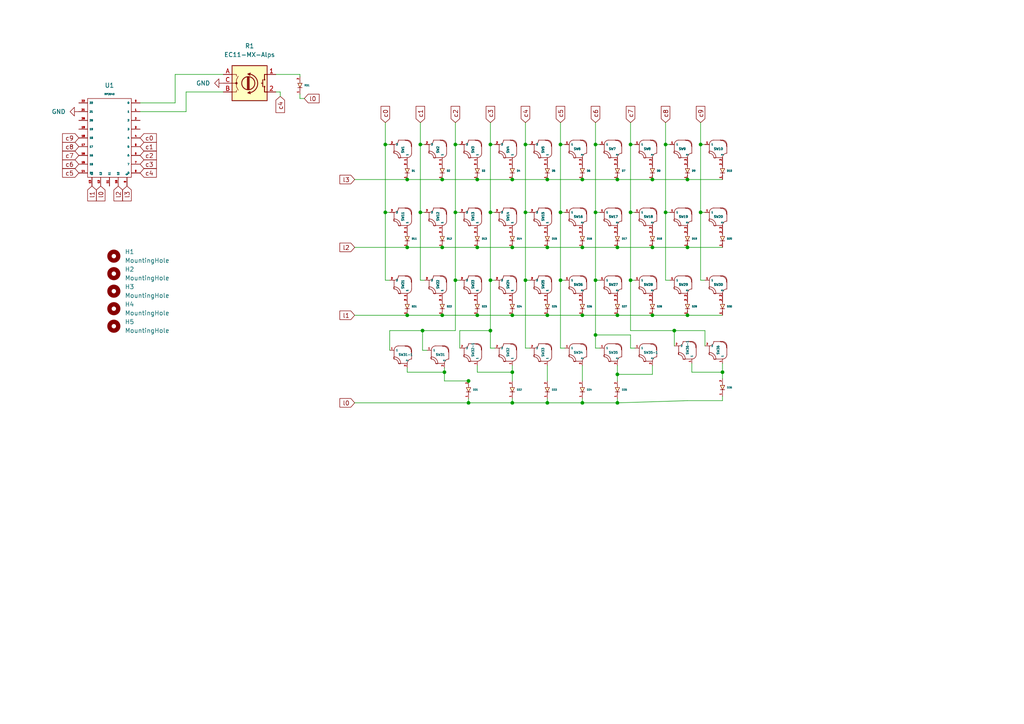
<source format=kicad_sch>
(kicad_sch (version 20211123) (generator eeschema)
  (paper "A4")
  (lib_symbols
    (symbol "Mechanical:MountingHole" (pin_names (offset 1.016))
      (property "Reference" "H" (at 0 5.08 0))
      (property "Value" "MountingHole" (at 0 3.175 0))
      (symbol "MountingHole_0_1"
        (circle (center 0 0) (radius 1.27) (stroke (width 1.27)))
      )
    )
    (symbol "keyb:Diode"
      (property "Reference" "D" (at -0.635 -1.27 0))
      (symbol "Diode_0_1"
        (polyline (pts (xy -1.27 0) (xy -0.635 0)))
        (polyline (pts (xy 0.635 0) (xy 1.27 0)))
        (polyline (pts (xy -0.635 0.635) (xy -0.635 -0.635) (xy -0.635 0)))
        (polyline (pts (xy -0.635 0) (xy 0.635 0.635) (xy 0.635 -0.635) (xy -0.635 0)) (fill (type background)))
      )
      (symbol "Diode_1_1"
        (pin bidirectional line (at -2.54 0 0) (length 1.27) (name "") (number "1"))
        (pin bidirectional line (at 2.54 0 180) (length 1.27) (name "") (number "2"))
      )
    )
    (symbol "keyb:EC11-MX-Alps" (pin_names (offset 0.254) hide)
      (property "Reference" "SW" (at 0 6.604 0))
      (property "Value" "EC11-MX-Alps" (at 0 -6.604 0))
      (symbol "EC11-MX-Alps_0_1"
        (rectangle (start -5.08 5.08) (end 5.08 -5.08) (stroke (width 0.254)) (fill (type background)))
        (circle (center -3.81 0) (radius 0.254) (fill (type outline)))
        (arc (start -0.381 -2.794) (mid 2.3622 -0.0508) (end -0.381 2.667) (stroke (width 0.254)))
        (circle (center -0.381 0) (radius 1.905) (stroke (width 0.254)))
        (polyline (pts (xy -0.635 -1.778) (xy -0.635 1.778)) (stroke (width 0.254)))
        (polyline (pts (xy -0.381 -1.778) (xy -0.381 1.778)) (stroke (width 0.254)))
        (polyline (pts (xy -0.127 1.778) (xy -0.127 -1.778)) (stroke (width 0.254)))
        (polyline (pts (xy 3.81 0) (xy 3.429 0)) (stroke (width 0.254)))
        (polyline (pts (xy 3.81 1.016) (xy 3.81 -1.016)) (stroke (width 0.254)))
        (polyline (pts (xy -5.08 -2.54) (xy -3.81 -2.54) (xy -3.81 -2.032)))
        (polyline (pts (xy -5.08 2.54) (xy -3.81 2.54) (xy -3.81 2.032)))
        (polyline (pts (xy 0.254 -3.048) (xy -0.508 -2.794) (xy 0.127 -2.413)) (stroke (width 0.254)))
        (polyline (pts (xy 0.254 2.921) (xy -0.508 2.667) (xy 0.127 2.286)) (stroke (width 0.254)))
        (polyline (pts (xy 5.08 -2.54) (xy 4.318 -2.54) (xy 4.318 -1.016)) (stroke (width 0.254)))
        (polyline (pts (xy 5.08 2.54) (xy 4.318 2.54) (xy 4.318 1.016)) (stroke (width 0.254)))
        (polyline (pts (xy -5.08 0) (xy -3.81 0) (xy -3.81 -1.016) (xy -3.302 -2.032)))
        (polyline (pts (xy -4.318 0) (xy -3.81 0) (xy -3.81 1.016) (xy -3.302 2.032)))
        (circle (center 4.318 -1.016) (radius 0.127) (stroke (width 0.254)))
        (circle (center 4.318 1.016) (radius 0.127) (stroke (width 0.254)))
      )
      (symbol "EC11-MX-Alps_1_1"
        (pin passive line (at 7.62 2.54 180) (length 2.54) (name "1") (number "1"))
        (pin passive line (at 7.62 -2.54 180) (length 2.54) (name "2") (number "2"))
        (pin passive line (at -7.62 2.54 0) (length 2.54) (name "A") (number "A"))
        (pin passive line (at -7.62 -2.54 0) (length 2.54) (name "B") (number "B"))
        (pin passive line (at -7.62 0 0) (length 2.54) (name "C") (number "C"))
      )
    )
    (symbol "keyb:RP2040"
      (property "Reference" "U" (at 0 1.27 0))
      (property "Value" "RP2040" (at 0 -2.54 0))
      (symbol "RP2040_0_1"
        (rectangle (start -6.35 11.43) (end 6.35 -11.43))
      )
      (symbol "RP2040_1_1"
        (pin bidirectional line (at 8.89 10.16 180) (length 2.54) (name "0") (number "0"))
        (pin bidirectional line (at 8.89 7.62 180) (length 2.54) (name "1") (number "1"))
        (pin bidirectional line (at 2.54 -13.97 90) (length 2.54) (name "10") (number "10"))
        (pin bidirectional line (at 0 -13.97 90) (length 2.54) (name "11") (number "11"))
        (pin bidirectional line (at -2.54 -13.97 90) (length 2.54) (name "12") (number "12"))
        (pin bidirectional line (at -5.08 -13.97 90) (length 2.54) (name "13") (number "13"))
        (pin bidirectional line (at -8.89 -10.16 0) (length 2.54) (name "14") (number "14"))
        (pin bidirectional line (at -8.89 -7.62 0) (length 2.54) (name "15") (number "15"))
        (pin bidirectional line (at -8.89 -5.08 0) (length 2.54) (name "16") (number "16"))
        (pin bidirectional line (at -8.89 -2.54 0) (length 2.54) (name "17") (number "17"))
        (pin bidirectional line (at -8.89 0 0) (length 2.54) (name "18") (number "18"))
        (pin bidirectional line (at -8.89 2.54 0) (length 2.54) (name "19") (number "19"))
        (pin bidirectional line (at 8.89 5.08 180) (length 2.54) (name "2") (number "2"))
        (pin bidirectional line (at -8.89 5.08 0) (length 2.54) (name "20") (number "20"))
        (pin bidirectional line (at -8.89 7.62 0) (length 2.54) (name "21") (number "21"))
        (pin bidirectional line (at -8.89 10.16 0) (length 2.54) (name "22") (number "22"))
        (pin bidirectional line (at 8.89 2.54 180) (length 2.54) (name "3") (number "3"))
        (pin bidirectional line (at 8.89 0 180) (length 2.54) (name "4") (number "4"))
        (pin bidirectional line (at 8.89 -2.54 180) (length 2.54) (name "5") (number "5"))
        (pin bidirectional line (at 8.89 -5.08 180) (length 2.54) (name "6") (number "6"))
        (pin bidirectional line (at 8.89 -7.62 180) (length 2.54) (name "7") (number "7"))
        (pin bidirectional line (at 8.89 -10.16 180) (length 2.54) (name "8") (number "8"))
        (pin bidirectional line (at 5.08 -13.97 90) (length 2.54) (name "9") (number "9"))
      )
    )
    (symbol "keyb:key"
      (property "Reference" "SW" (at 0 0 0))
      (symbol "key_0_1"
        (arc (start -2.54 -0.635) (mid -2.6715 -0.9525) (end -2.54 -1.27))
        (arc (start -1.27 -2.54) (mid -1.642 -1.642) (end -2.54 -1.27))
        (arc (start -1.27 -2.54) (mid -0.9525 -2.6715) (end -0.635 -2.54))
        (arc (start -1.27 2.54) (mid -2.168 2.168) (end -2.54 1.27))
        (arc (start -0.635 -2.54) (mid -1.1935 -1.1935) (end -2.54 -0.635))
        (polyline (pts (xy -2.54 -1.27) (xy -2.54 1.27)))
        (polyline (pts (xy -1.27 -2.54) (xy 1.27 -2.54)))
        (polyline (pts (xy 1.27 2.54) (xy -1.27 2.54)))
        (polyline (pts (xy 2.54 -1.27) (xy 2.54 1.27)))
        (arc (start 0.635 2.54) (mid 0.9525 1.7735) (end 1.27 2.54))
        (arc (start 2.54 -1.27) (mid 0.372 -0.372) (end 1.27 -2.54))
        (arc (start 2.54 0.635) (mid 3.887 3.887) (end 0.635 2.54))
        (arc (start 2.54 1.27) (mid 3.438 3.438) (end 1.27 2.54))
        (arc (start 2.54 1.27) (mid 1.7735 0.9525) (end 2.54 0.635))
      )
      (symbol "key_1_1"
        (pin bidirectional line (at -3.81 1.27 0) (length 1.27) (name "1") (number "1"))
        (pin bidirectional line (at 1.27 -3.81 90) (length 1.27) (name "2") (number "2"))
      )
    )
    (symbol "power:GND" (power) (pin_names (offset 0))
      (property "Value" "GND" (at 0 -3.81 0))
      (symbol "GND_0_1"
        (polyline (pts (xy 0 0) (xy 0 -1.27) (xy 1.27 -1.27) (xy 0 -2.54) (xy -1.27 -1.27) (xy 0 -1.27)))
      )
      (symbol "GND_1_1"
        (pin power_in line (at 0 0 270) (length 0) hide (name "GND") (number "1"))
      )
    )
  )
  (junction (at 128.27 71.755))
  (junction (at 162.56 61.595))
  (junction (at 203.2 61.595))
  (junction (at 193.04 61.595))
  (junction (at 111.76 61.595))
  (junction (at 182.88 41.91))
  (junction (at 152.4 81.28))
  (junction (at 122.555 95.885))
  (junction (at 158.75 116.84))
  (junction (at 168.91 52.07))
  (junction (at 121.92 61.595))
  (junction (at 128.905 107.95))
  (junction (at 179.07 52.07))
  (junction (at 168.91 71.755))
  (junction (at 148.59 52.07))
  (junction (at 199.39 71.755))
  (junction (at 179.07 116.84))
  (junction (at 148.59 71.755))
  (junction (at 135.89 110.49))
  (junction (at 158.75 71.755))
  (junction (at 132.08 81.28))
  (junction (at 162.56 41.91))
  (junction (at 142.24 61.595))
  (junction (at 168.91 91.44))
  (junction (at 142.24 95.885))
  (junction (at 132.08 61.595))
  (junction (at 189.23 52.07))
  (junction (at 152.4 61.595))
  (junction (at 179.07 108.585))
  (junction (at 118.11 91.44))
  (junction (at 118.11 52.07))
  (junction (at 121.92 41.91))
  (junction (at 142.24 41.91))
  (junction (at 138.43 71.755))
  (junction (at 138.43 91.44))
  (junction (at 148.59 107.95))
  (junction (at 132.08 41.91))
  (junction (at 148.59 116.84))
  (junction (at 172.72 81.28))
  (junction (at 189.23 91.44))
  (junction (at 182.88 61.595))
  (junction (at 111.76 41.91))
  (junction (at 158.75 52.07))
  (junction (at 128.27 52.07))
  (junction (at 118.11 71.755))
  (junction (at 142.24 81.28))
  (junction (at 209.55 107.95))
  (junction (at 162.56 81.28))
  (junction (at 172.72 41.91))
  (junction (at 189.23 71.755))
  (junction (at 203.2 41.91))
  (junction (at 179.07 71.755))
  (junction (at 152.4 41.91))
  (junction (at 128.27 91.44))
  (junction (at 135.89 116.84))
  (junction (at 148.59 91.44))
  (junction (at 195.58 95.885))
  (junction (at 182.88 81.28))
  (junction (at 179.07 91.44))
  (junction (at 138.43 52.07))
  (junction (at 158.75 91.44))
  (junction (at 168.91 116.84))
  (junction (at 172.72 61.595))
  (junction (at 172.72 97.155))
  (junction (at 199.39 91.44))
  (junction (at 199.39 52.07))
  (junction (at 193.04 41.91))
  (wire (pts (xy 81.28 26.67) (xy 80.01 26.67)))
  (wire (pts (xy 121.92 41.91) (xy 121.92 61.595)))
  (wire (pts (xy 121.92 61.595) (xy 121.92 81.28)))
  (wire (pts (xy 148.59 107.95) (xy 148.59 106.045)))
  (wire (pts (xy 209.55 71.755) (xy 199.39 71.755)))
  (wire (pts (xy 193.04 61.595) (xy 194.31 61.595)))
  (wire (pts (xy 122.555 95.885) (xy 122.555 101.6)))
  (wire (pts (xy 162.56 35.56) (xy 162.56 41.91)))
  (wire (pts (xy 199.39 116.205) (xy 179.07 116.84)))
  (wire (pts (xy 142.24 61.595) (xy 143.51 61.595)))
  (wire (pts (xy 182.88 61.595) (xy 184.15 61.595)))
  (wire (pts (xy 179.07 91.44) (xy 189.23 91.44)))
  (wire (pts (xy 121.92 35.56) (xy 121.92 41.91)))
  (wire (pts (xy 121.92 41.91) (xy 123.19 41.91)))
  (wire (pts (xy 193.04 81.28) (xy 194.31 81.28)))
  (wire (pts (xy 168.91 71.755) (xy 158.75 71.755)))
  (wire (pts (xy 182.88 81.28) (xy 184.15 81.28)))
  (wire (pts (xy 193.04 61.595) (xy 193.04 81.28)))
  (wire (pts (xy 152.4 100.965) (xy 153.67 100.965)))
  (wire (pts (xy 189.23 52.07) (xy 199.39 52.07)))
  (wire (pts (xy 135.89 116.84) (xy 148.59 116.84)))
  (wire (pts (xy 50.8 21.59) (xy 50.8 29.845)))
  (wire (pts (xy 172.72 35.56) (xy 172.72 41.91)))
  (wire (pts (xy 162.56 81.28) (xy 163.83 81.28)))
  (wire (pts (xy 138.43 106.045) (xy 138.43 107.95)))
  (wire (pts (xy 182.88 97.155) (xy 172.72 97.155)))
  (wire (pts (xy 168.91 116.84) (xy 179.07 116.84)))
  (wire (pts (xy 121.92 81.28) (xy 123.19 81.28)))
  (wire (pts (xy 142.24 95.885) (xy 142.24 100.965)))
  (wire (pts (xy 135.89 115.57) (xy 135.89 116.84)))
  (wire (pts (xy 179.07 108.585) (xy 179.07 106.045)))
  (wire (pts (xy 182.88 41.91) (xy 184.15 41.91)))
  (wire (pts (xy 138.43 52.07) (xy 148.59 52.07)))
  (wire (pts (xy 172.72 61.595) (xy 172.72 81.28)))
  (wire (pts (xy 138.43 71.755) (xy 128.27 71.755)))
  (wire (pts (xy 199.39 71.755) (xy 189.23 71.755)))
  (wire (pts (xy 203.2 61.595) (xy 204.47 61.595)))
  (wire (pts (xy 113.03 95.885) (xy 122.555 95.885)))
  (wire (pts (xy 118.11 91.44) (xy 102.87 91.44)))
  (wire (pts (xy 142.24 35.56) (xy 142.24 41.91)))
  (wire (pts (xy 209.55 107.95) (xy 209.55 105.41)))
  (wire (pts (xy 158.75 52.07) (xy 168.91 52.07)))
  (wire (pts (xy 168.91 52.07) (xy 179.07 52.07)))
  (wire (pts (xy 182.88 41.91) (xy 182.88 61.595)))
  (wire (pts (xy 132.08 81.28) (xy 132.08 95.885)))
  (wire (pts (xy 118.11 52.07) (xy 128.27 52.07)))
  (wire (pts (xy 209.55 116.205) (xy 209.55 114.935)))
  (wire (pts (xy 148.59 91.44) (xy 158.75 91.44)))
  (wire (pts (xy 152.4 35.56) (xy 152.4 41.91)))
  (wire (pts (xy 195.58 100.33) (xy 195.58 95.885)))
  (wire (pts (xy 199.39 91.44) (xy 209.55 91.44)))
  (wire (pts (xy 189.23 71.755) (xy 179.07 71.755)))
  (wire (pts (xy 53.975 26.67) (xy 53.975 32.385)))
  (wire (pts (xy 86.995 28.575) (xy 88.265 28.575)))
  (wire (pts (xy 133.35 95.885) (xy 142.24 95.885)))
  (wire (pts (xy 158.75 116.84) (xy 158.75 115.57)))
  (wire (pts (xy 193.04 41.91) (xy 193.04 61.595)))
  (wire (pts (xy 138.43 91.44) (xy 148.59 91.44)))
  (wire (pts (xy 199.39 116.205) (xy 209.55 116.205)))
  (wire (pts (xy 195.58 95.885) (xy 204.47 95.885)))
  (wire (pts (xy 182.88 35.56) (xy 182.88 41.91)))
  (wire (pts (xy 172.72 61.595) (xy 173.99 61.595)))
  (wire (pts (xy 162.56 41.91) (xy 162.56 61.595)))
  (wire (pts (xy 168.91 110.49) (xy 168.91 106.045)))
  (wire (pts (xy 111.76 41.91) (xy 113.03 41.91)))
  (wire (pts (xy 168.91 91.44) (xy 179.07 91.44)))
  (wire (pts (xy 50.8 21.59) (xy 64.77 21.59)))
  (wire (pts (xy 86.995 21.59) (xy 86.995 22.225)))
  (wire (pts (xy 200.66 105.41) (xy 200.66 107.95)))
  (wire (pts (xy 168.91 116.84) (xy 168.91 115.57)))
  (wire (pts (xy 158.75 116.84) (xy 168.91 116.84)))
  (wire (pts (xy 200.66 107.95) (xy 209.55 107.95)))
  (wire (pts (xy 113.03 101.6) (xy 113.03 95.885)))
  (wire (pts (xy 128.27 52.07) (xy 138.43 52.07)))
  (wire (pts (xy 122.555 95.885) (xy 132.08 95.885)))
  (wire (pts (xy 135.89 110.49) (xy 135.89 111.125)))
  (wire (pts (xy 152.4 81.28) (xy 152.4 100.965)))
  (wire (pts (xy 162.56 100.965) (xy 163.83 100.965)))
  (wire (pts (xy 102.87 52.07) (xy 118.11 52.07)))
  (wire (pts (xy 162.56 81.28) (xy 162.56 100.965)))
  (wire (pts (xy 148.59 116.84) (xy 148.59 115.57)))
  (wire (pts (xy 148.59 116.84) (xy 158.75 116.84)))
  (wire (pts (xy 102.87 116.84) (xy 135.89 116.84)))
  (wire (pts (xy 148.59 71.755) (xy 138.43 71.755)))
  (wire (pts (xy 193.04 41.91) (xy 194.31 41.91)))
  (wire (pts (xy 142.24 81.28) (xy 142.24 95.885)))
  (wire (pts (xy 142.24 41.91) (xy 142.24 61.595)))
  (wire (pts (xy 132.08 61.595) (xy 132.08 81.28)))
  (wire (pts (xy 142.24 100.965) (xy 143.51 100.965)))
  (wire (pts (xy 195.58 95.885) (xy 182.88 95.885)))
  (wire (pts (xy 86.995 27.305) (xy 86.995 28.575)))
  (wire (pts (xy 128.27 71.755) (xy 118.11 71.755)))
  (wire (pts (xy 152.4 61.595) (xy 153.67 61.595)))
  (wire (pts (xy 184.15 100.965) (xy 182.88 100.965)))
  (wire (pts (xy 111.76 61.595) (xy 113.03 61.595)))
  (wire (pts (xy 132.08 81.28) (xy 133.35 81.28)))
  (wire (pts (xy 111.76 35.56) (xy 111.76 41.91)))
  (wire (pts (xy 128.905 107.95) (xy 128.905 110.49)))
  (wire (pts (xy 209.55 109.855) (xy 209.55 107.95)))
  (wire (pts (xy 172.72 81.28) (xy 172.72 97.155)))
  (wire (pts (xy 179.07 52.07) (xy 189.23 52.07)))
  (wire (pts (xy 132.08 35.56) (xy 132.08 41.91)))
  (wire (pts (xy 132.08 61.595) (xy 133.35 61.595)))
  (wire (pts (xy 203.2 41.91) (xy 203.2 61.595)))
  (wire (pts (xy 128.905 110.49) (xy 135.89 110.49)))
  (wire (pts (xy 40.64 32.385) (xy 53.975 32.385)))
  (wire (pts (xy 179.07 110.49) (xy 179.07 108.585)))
  (wire (pts (xy 122.555 101.6) (xy 123.825 101.6)))
  (wire (pts (xy 158.75 110.49) (xy 158.75 106.045)))
  (wire (pts (xy 172.72 41.91) (xy 172.72 61.595)))
  (wire (pts (xy 152.4 81.28) (xy 153.67 81.28)))
  (wire (pts (xy 152.4 41.91) (xy 153.67 41.91)))
  (wire (pts (xy 148.59 110.49) (xy 148.59 107.95)))
  (wire (pts (xy 203.2 81.28) (xy 204.47 81.28)))
  (wire (pts (xy 199.39 52.07) (xy 209.55 52.07)))
  (wire (pts (xy 182.88 81.28) (xy 182.88 95.885)))
  (wire (pts (xy 81.28 27.94) (xy 81.28 26.67)))
  (wire (pts (xy 118.11 71.755) (xy 102.87 71.755)))
  (wire (pts (xy 172.72 81.28) (xy 173.99 81.28)))
  (wire (pts (xy 179.07 108.585) (xy 189.23 108.585)))
  (wire (pts (xy 172.72 41.91) (xy 173.99 41.91)))
  (wire (pts (xy 204.47 95.885) (xy 204.47 100.33)))
  (wire (pts (xy 111.76 41.91) (xy 111.76 61.595)))
  (wire (pts (xy 152.4 41.91) (xy 152.4 61.595)))
  (wire (pts (xy 111.76 81.28) (xy 113.03 81.28)))
  (wire (pts (xy 64.77 26.67) (xy 53.975 26.67)))
  (wire (pts (xy 193.04 35.56) (xy 193.04 41.91)))
  (wire (pts (xy 142.24 81.28) (xy 143.51 81.28)))
  (wire (pts (xy 162.56 41.91) (xy 163.83 41.91)))
  (wire (pts (xy 132.08 41.91) (xy 132.08 61.595)))
  (wire (pts (xy 142.24 61.595) (xy 142.24 81.28)))
  (wire (pts (xy 182.88 61.595) (xy 182.88 81.28)))
  (wire (pts (xy 203.2 41.91) (xy 204.47 41.91)))
  (wire (pts (xy 138.43 107.95) (xy 148.59 107.95)))
  (wire (pts (xy 142.24 41.91) (xy 143.51 41.91)))
  (wire (pts (xy 128.27 91.44) (xy 138.43 91.44)))
  (wire (pts (xy 189.23 91.44) (xy 199.39 91.44)))
  (wire (pts (xy 40.64 29.845) (xy 50.8 29.845)))
  (wire (pts (xy 128.27 91.44) (xy 118.11 91.44)))
  (wire (pts (xy 80.01 21.59) (xy 86.995 21.59)))
  (wire (pts (xy 189.23 106.045) (xy 189.23 108.585)))
  (wire (pts (xy 203.2 35.56) (xy 203.2 41.91)))
  (wire (pts (xy 158.75 71.755) (xy 148.59 71.755)))
  (wire (pts (xy 111.76 61.595) (xy 111.76 81.28)))
  (wire (pts (xy 152.4 61.595) (xy 152.4 81.28)))
  (wire (pts (xy 162.56 61.595) (xy 162.56 81.28)))
  (wire (pts (xy 118.11 106.68) (xy 118.11 107.95)))
  (wire (pts (xy 179.07 71.755) (xy 168.91 71.755)))
  (wire (pts (xy 172.72 100.965) (xy 173.99 100.965)))
  (wire (pts (xy 128.905 106.68) (xy 128.905 107.95)))
  (wire (pts (xy 158.75 91.44) (xy 168.91 91.44)))
  (wire (pts (xy 133.35 100.965) (xy 133.35 95.885)))
  (wire (pts (xy 172.72 97.155) (xy 172.72 100.965)))
  (wire (pts (xy 118.11 107.95) (xy 128.905 107.95)))
  (wire (pts (xy 132.08 41.91) (xy 133.35 41.91)))
  (wire (pts (xy 162.56 61.595) (xy 163.83 61.595)))
  (wire (pts (xy 182.88 100.965) (xy 182.88 97.155)))
  (wire (pts (xy 148.59 52.07) (xy 158.75 52.07)))
  (wire (pts (xy 179.07 116.84) (xy 179.07 115.57)))
  (wire (pts (xy 203.2 61.595) (xy 203.2 81.28)))
  (wire (pts (xy 121.92 61.595) (xy 123.19 61.595)))
  (global_label "c3" (shape input) (at 40.64 47.625 0) (property "Références Inter-Feuilles" "${INTERSHEET_REFS}" (effects hide)))
  (global_label "l0" (shape input) (at 88.265 28.575 0) (property "Références Inter-Feuilles" "${INTERSHEET_REFS}" (effects hide)))
  (global_label "c9" (shape input) (at 22.86 40.005 180) (property "Références Inter-Feuilles" "${INTERSHEET_REFS}" (effects hide)))
  (global_label "c3" (shape input) (at 142.24 35.56 90) (property "Références Inter-Feuilles" "${INTERSHEET_REFS}" (effects hide)))
  (global_label "c1" (shape input) (at 121.92 35.56 90) (property "Références Inter-Feuilles" "${INTERSHEET_REFS}" (effects hide)))
  (global_label "c2" (shape input) (at 132.08 35.56 90) (property "Références Inter-Feuilles" "${INTERSHEET_REFS}" (effects hide)))
  (global_label "c8" (shape input) (at 22.86 42.545 180) (property "Références Inter-Feuilles" "${INTERSHEET_REFS}" (effects hide)))
  (global_label "c4" (shape input) (at 40.64 50.165 0) (property "Références Inter-Feuilles" "${INTERSHEET_REFS}" (effects hide)))
  (global_label "c7" (shape input) (at 22.86 45.085 180) (property "Références Inter-Feuilles" "${INTERSHEET_REFS}" (effects hide)))
  (global_label "l2" (shape input) (at 102.87 71.755 180) (property "Références Inter-Feuilles" "${INTERSHEET_REFS}" (effects hide)))
  (global_label "c6" (shape input) (at 22.86 47.625 180) (property "Références Inter-Feuilles" "${INTERSHEET_REFS}" (effects hide)))
  (global_label "l0" (shape input) (at 29.21 53.975 270) (property "Références Inter-Feuilles" "${INTERSHEET_REFS}" (effects hide)))
  (global_label "c0" (shape input) (at 111.76 35.56 90) (property "Références Inter-Feuilles" "${INTERSHEET_REFS}" (effects hide)))
  (global_label "l1" (shape input) (at 26.67 53.975 270) (property "Références Inter-Feuilles" "${INTERSHEET_REFS}" (effects hide)))
  (global_label "c2" (shape input) (at 40.64 45.085 0) (property "Références Inter-Feuilles" "${INTERSHEET_REFS}" (effects hide)))
  (global_label "l1" (shape input) (at 102.87 91.44 180) (property "Références Inter-Feuilles" "${INTERSHEET_REFS}" (effects hide)))
  (global_label "l3" (shape input) (at 36.83 53.975 270) (property "Références Inter-Feuilles" "${INTERSHEET_REFS}" (effects hide)))
  (global_label "l0" (shape input) (at 102.87 116.84 180) (property "Références Inter-Feuilles" "${INTERSHEET_REFS}" (effects hide)))
  (global_label "c0" (shape input) (at 40.64 40.005 0) (property "Références Inter-Feuilles" "${INTERSHEET_REFS}" (effects hide)))
  (global_label "c8" (shape input) (at 193.04 35.56 90) (property "Références Inter-Feuilles" "${INTERSHEET_REFS}" (effects hide)))
  (global_label "c6" (shape input) (at 172.72 35.56 90) (property "Références Inter-Feuilles" "${INTERSHEET_REFS}" (effects hide)))
  (global_label "l3" (shape input) (at 102.87 52.07 180) (property "Références Inter-Feuilles" "${INTERSHEET_REFS}" (effects hide)))
  (global_label "l2" (shape input) (at 34.29 53.975 270) (property "Références Inter-Feuilles" "${INTERSHEET_REFS}" (effects hide)))
  (global_label "c4" (shape input) (at 81.28 27.94 270) (property "Références Inter-Feuilles" "${INTERSHEET_REFS}" (effects hide)))
  (global_label "c5" (shape input) (at 162.56 35.56 90) (property "Références Inter-Feuilles" "${INTERSHEET_REFS}" (effects hide)))
  (global_label "c1" (shape input) (at 40.64 42.545 0) (property "Références Inter-Feuilles" "${INTERSHEET_REFS}" (effects hide)))
  (global_label "c4" (shape input) (at 152.4 35.56 90) (property "Références Inter-Feuilles" "${INTERSHEET_REFS}" (effects hide)))
  (global_label "c5" (shape input) (at 22.86 50.165 180) (property "Références Inter-Feuilles" "${INTERSHEET_REFS}" (effects hide)))
  (global_label "c7" (shape input) (at 182.88 35.56 90) (property "Références Inter-Feuilles" "${INTERSHEET_REFS}" (effects hide)))
  (global_label "c9" (shape input) (at 203.2 35.56 90) (property "Références Inter-Feuilles" "${INTERSHEET_REFS}" (effects hide)))
  (symbol (lib_id "Mechanical:MountingHole") (at 33.02 84.455 0) (unit 1)
    (property "Reference" "H3" (at 36.195 83.1849 0) (effects (justify left)))
    (property "Value" "MountingHole" (at 36.195 85.7249 0) (effects (justify left)))
    (property "Footprint" "MountingHole:MountingHole_2.2mm_M2" (effects hide))
  )
  (symbol (lib_id "keyb:Diode") (at 118.11 88.9 90) (unit 1)
    (property "Reference" "D21" (at 119.38 88.9 90) (effects (font (size 0.5 0.5)) (justify right)))
    (property "Value" "Diode" (effects hide))
    (property "Footprint" "keyb-footprints:Diode" (effects hide))
  )
  (symbol (lib_id "keyb:key") (at 147.32 43.18 270) (mirror x) (unit 1)
    (property "Reference" "SW4" (at 147.32 44.45 0) (effects (font (size 0.65 0.65)) (justify left)))
    (property "Value" "key" (effects hide))
    (property "Footprint" "keyb-footprints:MX-5pin" (effects hide))
  )
  (symbol (lib_id "keyb:key") (at 147.32 62.865 270) (mirror x) (unit 1)
    (property "Reference" "SW14" (at 147.32 64.135 0) (effects (font (size 0.65 0.65)) (justify left)))
    (property "Value" "key" (effects hide))
    (property "Footprint" "keyb-footprints:MX-5pin" (effects hide))
  )
  (symbol (lib_id "keyb:key") (at 198.12 62.865 0) (unit 1)
    (property "Reference" "SW19" (at 196.85 62.865 0) (effects (font (size 0.65 0.65)) (justify left)))
    (property "Value" "key" (effects hide))
    (property "Footprint" "keyb-footprints:MX-5pin" (effects hide))
  )
  (symbol (lib_id "keyb:key") (at 147.32 82.55 270) (mirror x) (unit 1)
    (property "Reference" "SW24" (at 147.32 83.82 0) (effects (font (size 0.65 0.65)) (justify left)))
    (property "Value" "key" (effects hide))
    (property "Footprint" "keyb-footprints:MX-5pin" (effects hide))
  )
  (symbol (lib_id "keyb:key") (at 137.16 102.235 270) (mirror x) (unit 1)
    (property "Reference" "SW32-1" (at 137.16 103.505 0) (effects (font (size 0.65 0.65)) (justify left)))
    (property "Value" "key" (effects hide))
    (property "Footprint" "keyb-footprints:MX-5pin" (effects hide))
  )
  (symbol (lib_id "keyb:key") (at 137.16 43.18 270) (mirror x) (unit 1)
    (property "Reference" "SW3" (at 137.16 44.45 0) (effects (font (size 0.65 0.65)) (justify left)))
    (property "Value" "key" (effects hide))
    (property "Footprint" "keyb-footprints:MX-5pin" (effects hide))
  )
  (symbol (lib_id "keyb:Diode") (at 158.75 113.03 90) (unit 1)
    (property "Reference" "D33" (at 160.02 113.03 90) (effects (font (size 0.5 0.5)) (justify right)))
    (property "Value" "Diode" (effects hide))
    (property "Footprint" "keyb-footprints:Diode" (effects hide))
  )
  (symbol (lib_id "keyb:key") (at 187.96 102.235 0) (unit 1)
    (property "Reference" "SW35-1" (at 186.69 102.235 0) (effects (font (size 0.65 0.65)) (justify left)))
    (property "Value" "key" (effects hide))
    (property "Footprint" "keyb-footprints:MX-5pin" (effects hide))
  )
  (symbol (lib_id "keyb:key") (at 157.48 43.18 270) (mirror x) (unit 1)
    (property "Reference" "SW5" (at 157.48 44.45 0) (effects (font (size 0.65 0.65)) (justify left)))
    (property "Value" "key" (effects hide))
    (property "Footprint" "keyb-footprints:MX-5pin" (effects hide))
  )
  (symbol (lib_id "Mechanical:MountingHole") (at 33.02 74.295 0) (unit 1)
    (property "Reference" "H1" (at 36.195 73.0249 0) (effects (justify left)))
    (property "Value" "MountingHole" (at 36.195 75.5649 0) (effects (justify left)))
    (property "Footprint" "MountingHole:MountingHole_2.2mm_M2" (effects hide))
  )
  (symbol (lib_id "keyb:key") (at 187.96 62.865 0) (unit 1)
    (property "Reference" "SW18" (at 186.69 62.865 0) (effects (font (size 0.65 0.65)) (justify left)))
    (property "Value" "key" (effects hide))
    (property "Footprint" "keyb-footprints:MX-5pin" (effects hide))
  )
  (symbol (lib_id "keyb:Diode") (at 158.75 69.215 90) (unit 1)
    (property "Reference" "D15" (at 160.02 69.215 90) (effects (font (size 0.5 0.5)) (justify right)))
    (property "Value" "Diode" (effects hide))
    (property "Footprint" "keyb-footprints:Diode" (effects hide))
  )
  (symbol (lib_id "keyb:RP2040") (at 31.75 40.005 0) (unit 1)
    (property "Reference" "U1" (at 31.75 24.765 0))
    (property "Value" "RP2040" (at 31.75 27.305 0) (effects (font (size 0.5 0.5))))
    (property "Footprint" "keyb-footprints:RP2040" (effects hide))
  )
  (symbol (lib_id "Mechanical:MountingHole") (at 33.02 89.535 0) (unit 1)
    (property "Reference" "H4" (at 36.195 88.2649 0) (effects (justify left)))
    (property "Value" "MountingHole" (at 36.195 90.8049 0) (effects (justify left)))
    (property "Footprint" "MountingHole:MountingHole_2.2mm_M2" (effects hide))
  )
  (symbol (lib_id "keyb:key") (at 187.96 43.18 0) (unit 1)
    (property "Reference" "SW8" (at 186.69 43.18 0) (effects (font (size 0.65 0.65)) (justify left)))
    (property "Value" "key" (effects hide))
    (property "Footprint" "keyb-footprints:MX-5pin" (effects hide))
  )
  (symbol (lib_id "keyb:Diode") (at 168.91 69.215 90) (unit 1)
    (property "Reference" "D16" (at 170.18 69.215 90) (effects (font (size 0.5 0.5)) (justify right)))
    (property "Value" "Diode" (effects hide))
    (property "Footprint" "keyb-footprints:Diode" (effects hide))
  )
  (symbol (lib_id "keyb:Diode") (at 86.995 24.765 90) (unit 1)
    (property "Reference" "RD1" (at 88.265 24.765 90) (effects (font (size 0.5 0.5)) (justify right)))
    (property "Value" "Diode" (effects hide))
    (property "Footprint" "keyb-footprints:Diode" (effects hide))
  )
  (symbol (lib_id "keyb:Diode") (at 179.07 49.53 90) (unit 1)
    (property "Reference" "D7" (at 180.34 49.53 90) (effects (font (size 0.5 0.5)) (justify right)))
    (property "Value" "Diode" (effects hide))
    (property "Footprint" "keyb-footprints:Diode" (effects hide))
  )
  (symbol (lib_id "keyb:Diode") (at 199.39 49.53 90) (unit 1)
    (property "Reference" "D9" (at 200.66 49.53 90) (effects (font (size 0.5 0.5)) (justify right)))
    (property "Value" "Diode" (effects hide))
    (property "Footprint" "keyb-footprints:Diode" (effects hide))
  )
  (symbol (lib_id "power:GND") (at 64.77 24.13 270) (unit 1)
    (property "Reference" "#PWR01" (effects hide))
    (property "Value" "GND" (at 60.96 24.1299 90) (effects (justify right)))
  )
  (symbol (lib_id "keyb:key") (at 116.84 62.865 270) (mirror x) (unit 1)
    (property "Reference" "SW11" (at 116.84 64.135 0) (effects (font (size 0.65 0.65)) (justify left)))
    (property "Value" "key" (effects hide))
    (property "Footprint" "keyb-footprints:MX-5pin" (effects hide))
  )
  (symbol (lib_id "keyb:key") (at 127 82.55 270) (mirror x) (unit 1)
    (property "Reference" "SW22" (at 127 83.82 0) (effects (font (size 0.65 0.65)) (justify left)))
    (property "Value" "key" (effects hide))
    (property "Footprint" "keyb-footprints:MX-5pin" (effects hide))
  )
  (symbol (lib_id "keyb:Diode") (at 138.43 88.9 90) (unit 1)
    (property "Reference" "D23" (at 139.7 88.9 90) (effects (font (size 0.5 0.5)) (justify right)))
    (property "Value" "Diode" (effects hide))
    (property "Footprint" "keyb-footprints:Diode" (effects hide))
  )
  (symbol (lib_id "keyb:Diode") (at 189.23 88.9 90) (unit 1)
    (property "Reference" "D28" (at 190.5 88.9 90) (effects (font (size 0.5 0.5)) (justify right)))
    (property "Value" "Diode" (effects hide))
    (property "Footprint" "keyb-footprints:Diode" (effects hide))
  )
  (symbol (lib_id "keyb:key") (at 157.48 82.55 270) (mirror x) (unit 1)
    (property "Reference" "SW25" (at 157.48 83.82 0) (effects (font (size 0.65 0.65)) (justify left)))
    (property "Value" "key" (effects hide))
    (property "Footprint" "keyb-footprints:MX-5pin" (effects hide))
  )
  (symbol (lib_id "keyb:key") (at 167.64 62.865 0) (unit 1)
    (property "Reference" "SW16" (at 166.37 62.865 0) (effects (font (size 0.65 0.65)) (justify left)))
    (property "Value" "key" (effects hide))
    (property "Footprint" "keyb-footprints:MX-5pin" (effects hide))
  )
  (symbol (lib_id "keyb:Diode") (at 199.39 88.9 90) (unit 1)
    (property "Reference" "D29" (at 200.66 88.9 90) (effects (font (size 0.5 0.5)) (justify right)))
    (property "Value" "Diode" (effects hide))
    (property "Footprint" "keyb-footprints:Diode" (effects hide))
  )
  (symbol (lib_id "keyb:key") (at 177.8 43.18 0) (unit 1)
    (property "Reference" "SW7" (at 176.53 43.18 0) (effects (font (size 0.65 0.65)) (justify left)))
    (property "Value" "key" (effects hide))
    (property "Footprint" "keyb-footprints:MX-5pin" (effects hide))
  )
  (symbol (lib_id "keyb:key") (at 147.32 102.235 270) (mirror x) (unit 1)
    (property "Reference" "SW32" (at 147.32 103.505 0) (effects (font (size 0.65 0.65)) (justify left)))
    (property "Value" "key" (effects hide))
    (property "Footprint" "keyb-footprints:MX-5pin" (effects hide))
  )
  (symbol (lib_id "keyb:Diode") (at 128.27 49.53 90) (unit 1)
    (property "Reference" "D2" (at 129.54 49.53 90) (effects (font (size 0.5 0.5)) (justify right)))
    (property "Value" "Diode" (effects hide))
    (property "Footprint" "keyb-footprints:Diode" (effects hide))
  )
  (symbol (lib_id "keyb:key") (at 116.84 43.18 270) (mirror x) (unit 1)
    (property "Reference" "SW1" (at 116.84 44.45 0) (effects (font (size 0.65 0.65)) (justify left)))
    (property "Value" "key" (effects hide))
    (property "Footprint" "keyb-footprints:MX-5pin" (effects hide))
  )
  (symbol (lib_id "keyb:Diode") (at 138.43 49.53 90) (unit 1)
    (property "Reference" "D3" (at 139.7 49.53 90) (effects (font (size 0.5 0.5)) (justify right)))
    (property "Value" "Diode" (effects hide))
    (property "Footprint" "keyb-footprints:Diode" (effects hide))
  )
  (symbol (lib_id "keyb:key") (at 177.8 82.55 0) (unit 1)
    (property "Reference" "SW27" (at 176.53 82.55 0) (effects (font (size 0.65 0.65)) (justify left)))
    (property "Value" "key" (effects hide))
    (property "Footprint" "keyb-footprints:MX-5pin" (effects hide))
  )
  (symbol (lib_id "keyb:Diode") (at 148.59 113.03 90) (unit 1)
    (property "Reference" "D32" (at 149.86 113.03 90) (effects (font (size 0.5 0.5)) (justify right)))
    (property "Value" "Diode" (effects hide))
    (property "Footprint" "keyb-footprints:Diode" (effects hide))
  )
  (symbol (lib_id "keyb:Diode") (at 158.75 49.53 90) (unit 1)
    (property "Reference" "D5" (at 160.02 49.53 90) (effects (font (size 0.5 0.5)) (justify right)))
    (property "Value" "Diode" (effects hide))
    (property "Footprint" "keyb-footprints:Diode" (effects hide))
  )
  (symbol (lib_id "keyb:Diode") (at 118.11 69.215 90) (unit 1)
    (property "Reference" "D11" (at 119.38 69.215 90) (effects (font (size 0.5 0.5)) (justify right)))
    (property "Value" "Diode" (effects hide))
    (property "Footprint" "keyb-footprints:Diode" (effects hide))
  )
  (symbol (lib_id "keyb:key") (at 127.635 102.87 0) (unit 1)
    (property "Reference" "SW31" (at 126.365 102.87 0) (effects (font (size 0.65 0.65)) (justify left)))
    (property "Value" "key" (effects hide))
    (property "Footprint" "keyb-footprints:MX-5pin" (effects hide))
  )
  (symbol (lib_id "keyb:key") (at 116.84 82.55 270) (mirror x) (unit 1)
    (property "Reference" "SW21" (at 116.84 83.82 0) (effects (font (size 0.65 0.65)) (justify left)))
    (property "Value" "key" (effects hide))
    (property "Footprint" "keyb-footprints:MX-5pin" (effects hide))
  )
  (symbol (lib_id "keyb:key") (at 199.39 101.6 270) (mirror x) (unit 1)
    (property "Reference" "SW36-1" (at 199.39 102.87 0) (effects (font (size 0.65 0.65)) (justify left)))
    (property "Value" "key" (effects hide))
    (property "Footprint" "keyb-footprints:MX-5pin" (effects hide))
  )
  (symbol (lib_id "keyb:key") (at 208.28 62.865 0) (unit 1)
    (property "Reference" "SW20" (at 207.01 62.865 0) (effects (font (size 0.65 0.65)) (justify left)))
    (property "Value" "key" (effects hide))
    (property "Footprint" "keyb-footprints:MX-5pin" (effects hide))
  )
  (symbol (lib_id "power:GND") (at 22.86 32.385 270) (unit 1)
    (property "Reference" "#PWR02" (effects hide))
    (property "Value" "GND" (at 19.05 32.3849 90) (effects (justify right)))
  )
  (symbol (lib_id "keyb:Diode") (at 209.55 69.215 90) (unit 1)
    (property "Reference" "D20" (at 210.82 69.215 90) (effects (font (size 0.5 0.5)) (justify right)))
    (property "Value" "Diode" (effects hide))
    (property "Footprint" "keyb-footprints:Diode" (effects hide))
  )
  (symbol (lib_id "keyb:key") (at 137.16 82.55 270) (mirror x) (unit 1)
    (property "Reference" "SW23" (at 137.16 83.82 0) (effects (font (size 0.65 0.65)) (justify left)))
    (property "Value" "key" (effects hide))
    (property "Footprint" "keyb-footprints:MX-5pin" (effects hide))
  )
  (symbol (lib_id "keyb:Diode") (at 148.59 49.53 90) (unit 1)
    (property "Reference" "D4" (at 149.86 49.53 90) (effects (font (size 0.5 0.5)) (justify right)))
    (property "Value" "Diode" (effects hide))
    (property "Footprint" "keyb-footprints:Diode" (effects hide))
  )
  (symbol (lib_id "keyb:key") (at 177.8 102.235 0) (unit 1)
    (property "Reference" "SW35" (at 176.53 102.235 0) (effects (font (size 0.65 0.65)) (justify left)))
    (property "Value" "key" (effects hide))
    (property "Footprint" "keyb-footprints:MX-5pin" (effects hide))
  )
  (symbol (lib_id "keyb:Diode") (at 209.55 49.53 90) (unit 1)
    (property "Reference" "D10" (at 210.82 49.53 90) (effects (font (size 0.5 0.5)) (justify right)))
    (property "Value" "Diode" (effects hide))
    (property "Footprint" "keyb-footprints:Diode" (effects hide))
  )
  (symbol (lib_id "keyb:Diode") (at 138.43 69.215 90) (unit 1)
    (property "Reference" "D13" (at 139.7 69.215 90) (effects (font (size 0.5 0.5)) (justify right)))
    (property "Value" "Diode" (effects hide))
    (property "Footprint" "keyb-footprints:Diode" (effects hide))
  )
  (symbol (lib_id "keyb:Diode") (at 168.91 88.9 90) (unit 1)
    (property "Reference" "D26" (at 170.18 88.9 90) (effects (font (size 0.5 0.5)) (justify right)))
    (property "Value" "Diode" (effects hide))
    (property "Footprint" "keyb-footprints:Diode" (effects hide))
  )
  (symbol (lib_id "keyb:Diode") (at 135.89 113.03 90) (unit 1)
    (property "Reference" "D31" (at 137.16 113.03 90) (effects (font (size 0.5 0.5)) (justify right)))
    (property "Value" "Diode" (effects hide))
    (property "Footprint" "keyb-footprints:Diode" (effects hide))
  )
  (symbol (lib_id "keyb:Diode") (at 179.07 88.9 90) (unit 1)
    (property "Reference" "D27" (at 180.34 88.9 90) (effects (font (size 0.5 0.5)) (justify right)))
    (property "Value" "Diode" (effects hide))
    (property "Footprint" "keyb-footprints:Diode" (effects hide))
  )
  (symbol (lib_id "keyb:key") (at 167.64 43.18 0) (unit 1)
    (property "Reference" "SW6" (at 166.37 43.18 0) (effects (font (size 0.65 0.65)) (justify left)))
    (property "Value" "key" (effects hide))
    (property "Footprint" "keyb-footprints:MX-5pin" (effects hide))
  )
  (symbol (lib_id "keyb:Diode") (at 179.07 113.03 90) (unit 1)
    (property "Reference" "D35" (at 180.34 113.03 90) (effects (font (size 0.5 0.5)) (justify right)))
    (property "Value" "Diode" (effects hide))
    (property "Footprint" "keyb-footprints:Diode" (effects hide))
  )
  (symbol (lib_id "keyb:Diode") (at 168.91 113.03 90) (unit 1)
    (property "Reference" "D34" (at 170.18 113.03 90) (effects (font (size 0.5 0.5)) (justify right)))
    (property "Value" "Diode" (effects hide))
    (property "Footprint" "keyb-footprints:Diode" (effects hide))
  )
  (symbol (lib_id "keyb:key") (at 157.48 62.865 270) (mirror x) (unit 1)
    (property "Reference" "SW15" (at 157.48 64.135 0) (effects (font (size 0.65 0.65)) (justify left)))
    (property "Value" "key" (effects hide))
    (property "Footprint" "keyb-footprints:MX-5pin" (effects hide))
  )
  (symbol (lib_id "keyb:Diode") (at 179.07 69.215 90) (unit 1)
    (property "Reference" "D17" (at 180.34 69.215 90) (effects (font (size 0.5 0.5)) (justify right)))
    (property "Value" "Diode" (effects hide))
    (property "Footprint" "keyb-footprints:Diode" (effects hide))
  )
  (symbol (lib_id "keyb:Diode") (at 209.55 88.9 90) (unit 1)
    (property "Reference" "D30" (at 210.82 88.9 90) (effects (font (size 0.5 0.5)) (justify right)))
    (property "Value" "Diode" (effects hide))
    (property "Footprint" "keyb-footprints:Diode" (effects hide))
  )
  (symbol (lib_id "keyb:EC11-MX-Alps") (at 72.39 24.13 0) (unit 1)
    (property "Reference" "R1" (at 72.39 13.335 0))
    (property "Value" "EC11-MX-Alps" (at 72.39 15.875 0))
    (property "Footprint" "keyb-footprints:RotaryEncoder_EC11" (effects hide))
  )
  (symbol (lib_id "keyb:key") (at 127 43.18 270) (mirror x) (unit 1)
    (property "Reference" "SW2" (at 127 44.45 0) (effects (font (size 0.65 0.65)) (justify left)))
    (property "Value" "key" (effects hide))
    (property "Footprint" "keyb-footprints:MX-5pin" (effects hide))
  )
  (symbol (lib_id "keyb:key") (at 187.96 82.55 0) (unit 1)
    (property "Reference" "SW28" (at 186.69 82.55 0) (effects (font (size 0.65 0.65)) (justify left)))
    (property "Value" "key" (effects hide))
    (property "Footprint" "keyb-footprints:MX-5pin" (effects hide))
  )
  (symbol (lib_id "keyb:Diode") (at 189.23 69.215 90) (unit 1)
    (property "Reference" "D18" (at 190.5 69.215 90) (effects (font (size 0.5 0.5)) (justify right)))
    (property "Value" "Diode" (effects hide))
    (property "Footprint" "keyb-footprints:Diode" (effects hide))
  )
  (symbol (lib_id "keyb:key") (at 208.28 43.18 0) (unit 1)
    (property "Reference" "SW10" (at 207.01 43.18 0) (effects (font (size 0.65 0.65)) (justify left)))
    (property "Value" "key" (effects hide))
    (property "Footprint" "keyb-footprints:MX-5pin" (effects hide))
  )
  (symbol (lib_id "keyb:Diode") (at 118.11 49.53 90) (unit 1)
    (property "Reference" "D1" (at 119.38 49.53 90) (effects (font (size 0.5 0.5)) (justify right)))
    (property "Value" "Diode" (effects hide))
    (property "Footprint" "keyb-footprints:Diode" (effects hide))
  )
  (symbol (lib_id "Mechanical:MountingHole") (at 33.02 79.375 0) (unit 1)
    (property "Reference" "H2" (at 36.195 78.1049 0) (effects (justify left)))
    (property "Value" "MountingHole" (at 36.195 80.6449 0) (effects (justify left)))
    (property "Footprint" "MountingHole:MountingHole_2.2mm_M2" (effects hide))
  )
  (symbol (lib_id "keyb:key") (at 198.12 82.55 0) (unit 1)
    (property "Reference" "SW29" (at 196.85 82.55 0) (effects (font (size 0.65 0.65)) (justify left)))
    (property "Value" "key" (effects hide))
    (property "Footprint" "keyb-footprints:MX-5pin" (effects hide))
  )
  (symbol (lib_id "keyb:Diode") (at 189.23 49.53 90) (unit 1)
    (property "Reference" "D8" (at 190.5 49.53 90) (effects (font (size 0.5 0.5)) (justify right)))
    (property "Value" "Diode" (effects hide))
    (property "Footprint" "keyb-footprints:Diode" (effects hide))
  )
  (symbol (lib_id "keyb:Diode") (at 158.75 88.9 90) (unit 1)
    (property "Reference" "D25" (at 160.02 88.9 90) (effects (font (size 0.5 0.5)) (justify right)))
    (property "Value" "Diode" (effects hide))
    (property "Footprint" "keyb-footprints:Diode" (effects hide))
  )
  (symbol (lib_id "keyb:key") (at 137.16 62.865 270) (mirror x) (unit 1)
    (property "Reference" "SW13" (at 137.16 64.135 0) (effects (font (size 0.65 0.65)) (justify left)))
    (property "Value" "key" (effects hide))
    (property "Footprint" "keyb-footprints:MX-5pin" (effects hide))
  )
  (symbol (lib_id "Mechanical:MountingHole") (at 33.02 94.615 0) (unit 1)
    (property "Reference" "H5" (at 36.195 93.3449 0) (effects (justify left)))
    (property "Value" "MountingHole" (at 36.195 95.8849 0) (effects (justify left)))
    (property "Footprint" "MountingHole:MountingHole_2.2mm_M2" (effects hide))
  )
  (symbol (lib_id "keyb:Diode") (at 209.55 112.395 90) (unit 1)
    (property "Reference" "D36" (at 210.82 112.395 90) (effects (font (size 0.5 0.5)) (justify right)))
    (property "Value" "Diode" (effects hide))
    (property "Footprint" "keyb-footprints:Diode" (effects hide))
  )
  (symbol (lib_id "keyb:key") (at 208.28 101.6 270) (mirror x) (unit 1)
    (property "Reference" "SW36" (at 208.28 102.87 0) (effects (font (size 0.65 0.65)) (justify left)))
    (property "Value" "key" (effects hide))
    (property "Footprint" "keyb-footprints:MX-5pin" (effects hide))
  )
  (symbol (lib_id "keyb:Diode") (at 168.91 49.53 90) (unit 1)
    (property "Reference" "D6" (at 170.18 49.53 90) (effects (font (size 0.5 0.5)) (justify right)))
    (property "Value" "Diode" (effects hide))
    (property "Footprint" "keyb-footprints:Diode" (effects hide))
  )
  (symbol (lib_id "keyb:key") (at 177.8 62.865 0) (unit 1)
    (property "Reference" "SW17" (at 176.53 62.865 0) (effects (font (size 0.65 0.65)) (justify left)))
    (property "Value" "key" (effects hide))
    (property "Footprint" "keyb-footprints:MX-5pin" (effects hide))
  )
  (symbol (lib_id "keyb:key") (at 116.84 102.87 0) (unit 1)
    (property "Reference" "SW31-1" (at 115.57 102.87 0) (effects (font (size 0.65 0.65)) (justify left)))
    (property "Value" "key" (effects hide))
    (property "Footprint" "keyb-footprints:MX-5pin" (effects hide))
  )
  (symbol (lib_id "keyb:key") (at 167.64 102.235 0) (unit 1)
    (property "Reference" "SW34" (at 166.37 102.235 0) (effects (font (size 0.65 0.65)) (justify left)))
    (property "Value" "key" (effects hide))
    (property "Footprint" "keyb-footprints:MX-5pin" (effects hide))
  )
  (symbol (lib_id "keyb:key") (at 157.48 102.235 270) (mirror x) (unit 1)
    (property "Reference" "SW33" (at 157.48 103.505 0) (effects (font (size 0.65 0.65)) (justify left)))
    (property "Value" "key" (effects hide))
    (property "Footprint" "keyb-footprints:MX-5pin" (effects hide))
  )
  (symbol (lib_id "keyb:Diode") (at 148.59 69.215 90) (unit 1)
    (property "Reference" "D14" (at 149.86 69.215 90) (effects (font (size 0.5 0.5)) (justify right)))
    (property "Value" "Diode" (effects hide))
    (property "Footprint" "keyb-footprints:Diode" (effects hide))
  )
  (symbol (lib_id "keyb:key") (at 167.64 82.55 0) (unit 1)
    (property "Reference" "SW26" (at 166.37 82.55 0) (effects (font (size 0.65 0.65)) (justify left)))
    (property "Value" "key" (effects hide))
    (property "Footprint" "keyb-footprints:MX-5pin" (effects hide))
  )
  (symbol (lib_id "keyb:key") (at 208.28 82.55 0) (unit 1)
    (property "Reference" "SW30" (at 207.01 82.55 0) (effects (font (size 0.65 0.65)) (justify left)))
    (property "Value" "key" (effects hide))
    (property "Footprint" "keyb-footprints:MX-5pin" (effects hide))
  )
  (symbol (lib_id "keyb:Diode") (at 128.27 88.9 90) (unit 1)
    (property "Reference" "D22" (at 129.54 88.9 90) (effects (font (size 0.5 0.5)) (justify right)))
    (property "Value" "Diode" (effects hide))
    (property "Footprint" "keyb-footprints:Diode" (effects hide))
  )
  (symbol (lib_id "keyb:Diode") (at 148.59 88.9 90) (unit 1)
    (property "Reference" "D24" (at 149.86 88.9 90) (effects (font (size 0.5 0.5)) (justify right)))
    (property "Value" "Diode" (effects hide))
    (property "Footprint" "keyb-footprints:Diode" (effects hide))
  )
  (symbol (lib_id "keyb:key") (at 127 62.865 270) (mirror x) (unit 1)
    (property "Reference" "SW12" (at 127 64.135 0) (effects (font (size 0.65 0.65)) (justify left)))
    (property "Value" "key" (effects hide))
    (property "Footprint" "keyb-footprints:MX-5pin" (effects hide))
  )
  (symbol (lib_id "keyb:key") (at 198.12 43.18 0) (unit 1)
    (property "Reference" "SW9" (at 196.85 43.18 0) (effects (font (size 0.65 0.65)) (justify left)))
    (property "Value" "key" (effects hide))
    (property "Footprint" "keyb-footprints:MX-5pin" (effects hide))
  )
  (symbol (lib_id "keyb:Diode") (at 199.39 69.215 90) (unit 1)
    (property "Reference" "D19" (at 200.66 69.215 90) (effects (font (size 0.5 0.5)) (justify right)))
    (property "Value" "Diode" (effects hide))
    (property "Footprint" "keyb-footprints:Diode" (effects hide))
  )
  (symbol (lib_id "keyb:Diode") (at 128.27 69.215 90) (unit 1)
    (property "Reference" "D12" (at 129.54 69.215 90) (effects (font (size 0.5 0.5)) (justify right)))
    (property "Value" "Diode" (effects hide))
    (property "Footprint" "keyb-footprints:Diode" (effects hide))
  )
)
</source>
